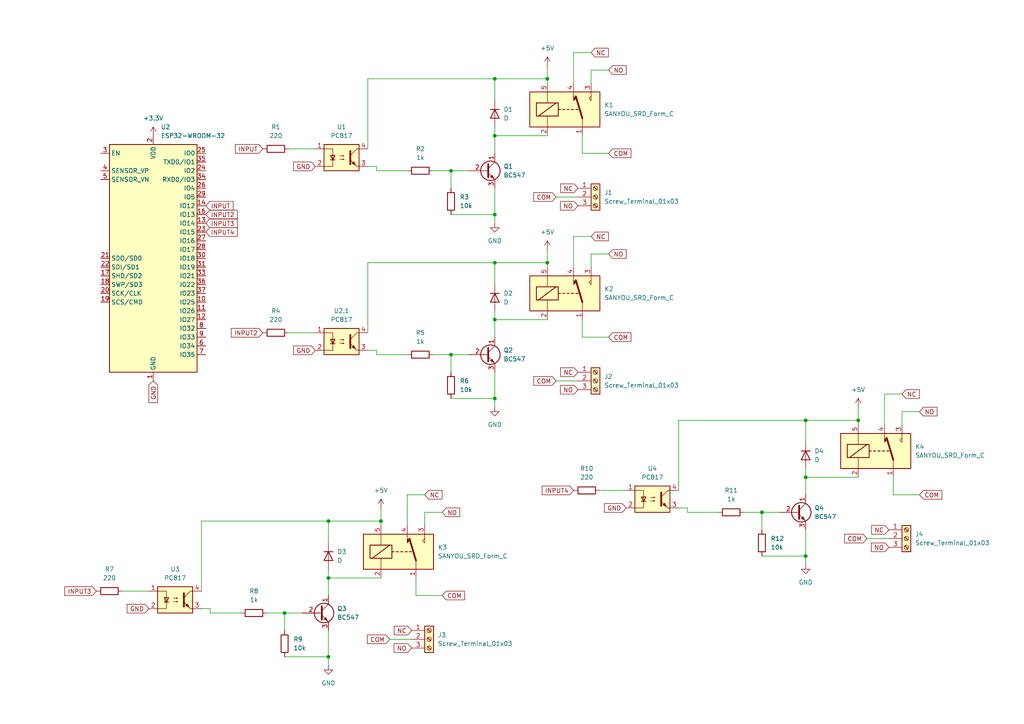
<source format=kicad_sch>
(kicad_sch (version 20250114) (generator "eeschema") (generator_version "9.0")
  (paper "A4")
  (lib_symbols
    (symbol "Connector:Screw_Terminal_01x03" (pin_names (offset 1.016) (hide yes))
      (property "Reference" "J" (at 0 5.08 0))
      (property "Value" "Screw_Terminal_01x03" (at 0 -5.08 0))
      (symbol "Screw_Terminal_01x03_1_1"
        (rectangle (start -1.27 3.81) (end 1.27 -3.81) (stroke (width 0.254)) (fill (type background)))
        (polyline (pts (xy -0.5334 2.8702) (xy 0.3302 2.032)) (stroke (width 0.1524)))
        (polyline (pts (xy -0.5334 0.3302) (xy 0.3302 -0.508)) (stroke (width 0.1524)))
        (polyline (pts (xy -0.5334 -2.2098) (xy 0.3302 -3.048)) (stroke (width 0.1524)))
        (polyline (pts (xy -0.3556 3.048) (xy 0.508 2.2098)) (stroke (width 0.1524)))
        (polyline (pts (xy -0.3556 0.508) (xy 0.508 -0.3302)) (stroke (width 0.1524)))
        (polyline (pts (xy -0.3556 -2.032) (xy 0.508 -2.8702)) (stroke (width 0.1524)))
        (circle (center 0 2.54) (radius 0.635) (stroke (width 0.1524)))
        (circle (center 0 0) (radius 0.635) (stroke (width 0.1524)))
        (circle (center 0 -2.54) (radius 0.635) (stroke (width 0.1524)))
        (pin passive line (at -5.08 2.54 0) (length 3.81) (name "Pin_1") (number "1"))
        (pin passive line (at -5.08 0 0) (length 3.81) (name "Pin_2") (number "2"))
        (pin passive line (at -5.08 -2.54 0) (length 3.81) (name "Pin_3") (number "3"))
      )
    )
    (symbol "Device:D" (pin_numbers (hide yes)) (pin_names (offset 1.016) (hide yes))
      (property "Reference" "D" (at 0 2.54 0))
      (property "Value" "D" (at 0 -2.54 0))
      (symbol "D_0_1"
        (polyline (pts (xy -1.27 1.27) (xy -1.27 -1.27)) (stroke (width 0.254)))
        (polyline (pts (xy 1.27 1.27) (xy 1.27 -1.27) (xy -1.27 0) (xy 1.27 1.27)) (stroke (width 0.254)))
        (polyline (pts (xy 1.27 0) (xy -1.27 0)))
      )
      (symbol "D_1_1"
        (pin passive line (at -3.81 0 0) (length 2.54) (name "K") (number "1"))
        (pin passive line (at 3.81 0 180) (length 2.54) (name "A") (number "2"))
      )
    )
    (symbol "Device:R" (pin_numbers (hide yes)) (pin_names (offset 0))
      (property "Reference" "R" (at 2.032 0 90))
      (property "Value" "R" (at 0 0 90))
      (symbol "R_0_1"
        (rectangle (start -1.016 -2.54) (end 1.016 2.54) (stroke (width 0.254)))
      )
      (symbol "R_1_1"
        (pin passive line (at 0 3.81 270) (length 1.27) (name "~") (number "1"))
        (pin passive line (at 0 -3.81 90) (length 1.27) (name "~") (number "2"))
      )
    )
    (symbol "Isolator:PC817" (pin_names (offset 1.016))
      (property "Reference" "U" (at -5.08 5.08 0))
      (property "Value" "PC817" (at 0 5.08 0))
      (symbol "PC817_0_1"
        (rectangle (start -5.08 3.81) (end 5.08 -3.81) (stroke (width 0.254)) (fill (type background)))
        (polyline (pts (xy -5.08 2.54) (xy -2.54 2.54) (xy -2.54 -0.635)))
        (polyline (pts (xy -3.175 -0.635) (xy -1.905 -0.635)) (stroke (width 0.254)))
        (polyline (pts (xy -2.54 -0.635) (xy -2.54 -2.54) (xy -5.08 -2.54)))
        (polyline (pts (xy -2.54 -0.635) (xy -3.175 0.635) (xy -1.905 0.635) (xy -2.54 -0.635)) (stroke (width 0.254)))
        (polyline (pts (xy -0.508 0.508) (xy 0.762 0.508) (xy 0.381 0.381) (xy 0.381 0.635) (xy 0.762 0.508)))
        (polyline (pts (xy -0.508 -0.508) (xy 0.762 -0.508) (xy 0.381 -0.635) (xy 0.381 -0.381) (xy 0.762 -0.508)))
        (polyline (pts (xy 2.54 1.905) (xy 2.54 -1.905) (xy 2.54 -1.905)) (stroke (width 0.508)))
        (polyline (pts (xy 2.54 0.635) (xy 4.445 2.54)))
        (polyline (pts (xy 3.048 -1.651) (xy 3.556 -1.143) (xy 4.064 -2.159) (xy 3.048 -1.651) (xy 3.048 -1.651)) (fill (type outline)))
        (polyline (pts (xy 4.445 2.54) (xy 5.08 2.54)))
        (polyline (pts (xy 4.445 -2.54) (xy 2.54 -0.635)) (fill (type outline)))
        (polyline (pts (xy 4.445 -2.54) (xy 5.08 -2.54)))
      )
      (symbol "PC817_1_1"
        (pin passive line (at -7.62 2.54 0) (length 2.54) (name "~") (number "1"))
        (pin passive line (at -7.62 -2.54 0) (length 2.54) (name "~") (number "2"))
        (pin passive line (at 7.62 2.54 180) (length 2.54) (name "~") (number "4"))
        (pin passive line (at 7.62 -2.54 180) (length 2.54) (name "~") (number "3"))
      )
    )
    (symbol "RF_Module:ESP32-WROOM-32"
      (property "Reference" "U" (at -12.7 34.29 0))
      (property "Value" "ESP32-WROOM-32" (at 1.27 34.29 0))
      (symbol "ESP32-WROOM-32_0_1"
        (rectangle (start -12.7 33.02) (end 12.7 -33.02) (stroke (width 0.254)) (fill (type background)))
      )
      (symbol "ESP32-WROOM-32_1_1"
        (pin input line (at -15.24 30.48 0) (length 2.54) (name "EN") (number "3"))
        (pin input line (at -15.24 25.4 0) (length 2.54) (name "SENSOR_VP") (number "4"))
        (pin input line (at -15.24 22.86 0) (length 2.54) (name "SENSOR_VN") (number "5"))
        (pin bidirectional line (at -15.24 0 0) (length 2.54) (name "SDO/SD0") (number "21"))
        (pin bidirectional line (at -15.24 -2.54 0) (length 2.54) (name "SDI/SD1") (number "22"))
        (pin bidirectional line (at -15.24 -5.08 0) (length 2.54) (name "SHD/SD2") (number "17"))
        (pin bidirectional line (at -15.24 -7.62 0) (length 2.54) (name "SWP/SD3") (number "18"))
        (pin bidirectional line (at -15.24 -10.16 0) (length 2.54) (name "SCK/CLK") (number "20"))
        (pin bidirectional line (at -15.24 -12.7 0) (length 2.54) (name "SCS/CMD") (number "19"))
        (pin no_connect line (at -12.7 -27.94 0) (length 2.54) (hide yes) (name "NC") (number "32"))
        (pin power_in line (at 0 35.56 270) (length 2.54) (name "VDD") (number "2"))
        (pin power_in line (at 0 -35.56 90) (length 2.54) (name "GND") (number "1"))
        (pin passive line (at 0 -35.56 90) (length 2.54) (hide yes) (name "GND") (number "15"))
        (pin passive line (at 0 -35.56 90) (length 2.54) (hide yes) (name "GND") (number "38"))
        (pin passive line (at 0 -35.56 90) (length 2.54) (hide yes) (name "GND") (number "39"))
        (pin bidirectional line (at 15.24 30.48 180) (length 2.54) (name "IO0") (number "25"))
        (pin bidirectional line (at 15.24 27.94 180) (length 2.54) (name "TXD0/IO1") (number "35"))
        (pin bidirectional line (at 15.24 25.4 180) (length 2.54) (name "IO2") (number "24"))
        (pin bidirectional line (at 15.24 22.86 180) (length 2.54) (name "RXD0/IO3") (number "34"))
        (pin bidirectional line (at 15.24 20.32 180) (length 2.54) (name "IO4") (number "26"))
        (pin bidirectional line (at 15.24 17.78 180) (length 2.54) (name "IO5") (number "29"))
        (pin bidirectional line (at 15.24 15.24 180) (length 2.54) (name "IO12") (number "14"))
        (pin bidirectional line (at 15.24 12.7 180) (length 2.54) (name "IO13") (number "16"))
        (pin bidirectional line (at 15.24 10.16 180) (length 2.54) (name "IO14") (number "13"))
        (pin bidirectional line (at 15.24 7.62 180) (length 2.54) (name "IO15") (number "23"))
        (pin bidirectional line (at 15.24 5.08 180) (length 2.54) (name "IO16") (number "27"))
        (pin bidirectional line (at 15.24 2.54 180) (length 2.54) (name "IO17") (number "28"))
        (pin bidirectional line (at 15.24 0 180) (length 2.54) (name "IO18") (number "30"))
        (pin bidirectional line (at 15.24 -2.54 180) (length 2.54) (name "IO19") (number "31"))
        (pin bidirectional line (at 15.24 -5.08 180) (length 2.54) (name "IO21") (number "33"))
        (pin bidirectional line (at 15.24 -7.62 180) (length 2.54) (name "IO22") (number "36"))
        (pin bidirectional line (at 15.24 -10.16 180) (length 2.54) (name "IO23") (number "37"))
        (pin bidirectional line (at 15.24 -12.7 180) (length 2.54) (name "IO25") (number "10"))
        (pin bidirectional line (at 15.24 -15.24 180) (length 2.54) (name "IO26") (number "11"))
        (pin bidirectional line (at 15.24 -17.78 180) (length 2.54) (name "IO27") (number "12"))
        (pin bidirectional line (at 15.24 -20.32 180) (length 2.54) (name "IO32") (number "8"))
        (pin bidirectional line (at 15.24 -22.86 180) (length 2.54) (name "IO33") (number "9"))
        (pin input line (at 15.24 -25.4 180) (length 2.54) (name "IO34") (number "6"))
        (pin input line (at 15.24 -27.94 180) (length 2.54) (name "IO35") (number "7"))
      )
    )
    (symbol "Relay:SANYOU_SRD_Form_C"
      (property "Reference" "K" (at 11.43 3.81 0))
      (property "Value" "SANYOU_SRD_Form_C" (at 11.43 1.27 0))
      (symbol "SANYOU_SRD_Form_C_0_0"
        (polyline (pts (xy 7.62 5.08) (xy 7.62 2.54) (xy 6.985 3.175) (xy 7.62 3.81)))
      )
      (symbol "SANYOU_SRD_Form_C_0_1"
        (rectangle (start -10.16 5.08) (end 10.16 -5.08) (stroke (width 0.254)) (fill (type background)))
        (rectangle (start -8.255 1.905) (end -1.905 -1.905) (stroke (width 0.254)))
        (polyline (pts (xy -7.62 -1.905) (xy -2.54 1.905)) (stroke (width 0.254)))
        (polyline (pts (xy -5.08 5.08) (xy -5.08 1.905)))
        (polyline (pts (xy -5.08 -5.08) (xy -5.08 -1.905)))
        (polyline (pts (xy -1.905 0) (xy -1.27 0)) (stroke (width 0.254)))
        (polyline (pts (xy -0.635 0) (xy 0 0)) (stroke (width 0.254)))
        (polyline (pts (xy 0.635 0) (xy 1.27 0)) (stroke (width 0.254)))
        (polyline (pts (xy 1.905 0) (xy 2.54 0)) (stroke (width 0.254)))
        (polyline (pts (xy 3.175 0) (xy 3.81 0)) (stroke (width 0.254)))
        (polyline (pts (xy 5.08 -2.54) (xy 3.175 3.81)) (stroke (width 0.508)))
        (polyline (pts (xy 5.08 -2.54) (xy 5.08 -5.08)))
      )
      (symbol "SANYOU_SRD_Form_C_1_1"
        (polyline (pts (xy 2.54 3.81) (xy 3.175 3.175) (xy 2.54 2.54) (xy 2.54 5.08)) (fill (type outline)))
        (pin passive line (at -5.08 7.62 270) (length 2.54) (name "~") (number "5"))
        (pin passive line (at -5.08 -7.62 90) (length 2.54) (name "~") (number "2"))
        (pin passive line (at 2.54 7.62 270) (length 2.54) (name "~") (number "4"))
        (pin passive line (at 5.08 -7.62 90) (length 2.54) (name "~") (number "1"))
        (pin passive line (at 7.62 7.62 270) (length 2.54) (name "~") (number "3"))
      )
    )
    (symbol "Transistor_BJT:BC547" (pin_names (offset 0) (hide yes))
      (property "Reference" "Q" (at 5.08 1.905 0))
      (property "Value" "BC547" (at 5.08 0 0))
      (symbol "BC547_0_1"
        (polyline (pts (xy 0 0) (xy 0.635 0)))
        (polyline (pts (xy 0.635 1.905) (xy 0.635 -1.905) (xy 0.635 -1.905)) (stroke (width 0.508)))
        (polyline (pts (xy 0.635 0.635) (xy 2.54 2.54)))
        (polyline (pts (xy 0.635 -0.635) (xy 2.54 -2.54) (xy 2.54 -2.54)))
        (circle (center 1.27 0) (radius 2.8194) (stroke (width 0.254)))
        (polyline (pts (xy 1.27 -1.778) (xy 1.778 -1.27) (xy 2.286 -2.286) (xy 1.27 -1.778) (xy 1.27 -1.778)) (fill (type outline)))
      )
      (symbol "BC547_1_1"
        (pin input line (at -5.08 0 0) (length 5.08) (name "B") (number "2"))
        (pin passive line (at 2.54 5.08 270) (length 2.54) (name "C") (number "1"))
        (pin passive line (at 2.54 -5.08 90) (length 2.54) (name "E") (number "3"))
      )
    )
    (symbol "power:+3.3V" (power) (pin_numbers (hide yes)) (pin_names (offset 0) (hide yes))
      (property "Value" "+3.3V" (at 0 3.556 0))
      (symbol "+3.3V_0_1"
        (polyline (pts (xy -0.762 1.27) (xy 0 2.54)))
        (polyline (pts (xy 0 2.54) (xy 0.762 1.27)))
        (polyline (pts (xy 0 0) (xy 0 2.54)))
      )
      (symbol "+3.3V_1_1"
        (pin power_in line (at 0 0 90) (length 0) (name "~") (number "1"))
      )
    )
    (symbol "power:+5V" (power) (pin_numbers (hide yes)) (pin_names (offset 0) (hide yes))
      (property "Value" "+5V" (at 0 3.556 0))
      (symbol "+5V_0_1"
        (polyline (pts (xy -0.762 1.27) (xy 0 2.54)))
        (polyline (pts (xy 0 2.54) (xy 0.762 1.27)))
        (polyline (pts (xy 0 0) (xy 0 2.54)))
      )
      (symbol "+5V_1_1"
        (pin power_in line (at 0 0 90) (length 0) (name "~") (number "1"))
      )
    )
    (symbol "power:GND" (power) (pin_numbers (hide yes)) (pin_names (offset 0) (hide yes))
      (property "Value" "GND" (at 0 -3.81 0))
      (symbol "GND_0_1"
        (polyline (pts (xy 0 0) (xy 0 -1.27) (xy 1.27 -1.27) (xy 0 -2.54) (xy -1.27 -1.27) (xy 0 -1.27)))
      )
      (symbol "GND_1_1"
        (pin power_in line (at 0 0 270) (length 0) (name "~") (number "1"))
      )
    )
  )
  (junction (at 158.75 76.2))
  (junction (at 82.55 177.8))
  (junction (at 143.51 39.37))
  (junction (at 110.49 151.13))
  (junction (at 233.68 121.92))
  (junction (at 220.98 148.59))
  (junction (at 95.25 167.64))
  (junction (at 95.25 190.5))
  (junction (at 143.51 22.86))
  (junction (at 95.25 151.13))
  (junction (at 143.51 62.23))
  (junction (at 143.51 92.71))
  (junction (at 130.81 49.53))
  (junction (at 143.51 76.2))
  (junction (at 233.68 161.29))
  (junction (at 130.81 102.87))
  (junction (at 143.51 115.57))
  (junction (at 248.92 121.92))
  (junction (at 158.75 22.86))
  (junction (at 233.68 138.43))
  (wire (pts (xy 118.11 49.53) (xy 109.22 49.53)))
  (wire (pts (xy 95.25 167.64) (xy 95.25 172.72)))
  (wire (pts (xy 143.51 54.61) (xy 143.51 62.23)))
  (wire (pts (xy 208.28 148.59) (xy 199.39 148.59)))
  (wire (pts (xy 143.51 92.71) (xy 158.75 92.71)))
  (wire (pts (xy 220.98 148.59) (xy 220.98 153.67)))
  (wire (pts (xy 233.68 138.43) (xy 248.92 138.43)))
  (wire (pts (xy 171.45 77.47) (xy 171.45 73.66)))
  (wire (pts (xy 166.37 15.24) (xy 171.45 15.24)))
  (wire (pts (xy 125.73 49.53) (xy 130.81 49.53)))
  (wire (pts (xy 109.22 49.53) (xy 109.22 48.26)))
  (wire (pts (xy 199.39 147.32) (xy 196.85 147.32)))
  (wire (pts (xy 143.51 92.71) (xy 143.51 97.79)))
  (wire (pts (xy 95.25 167.64) (xy 110.49 167.64)))
  (wire (pts (xy 143.51 76.2) (xy 143.51 82.55)))
  (wire (pts (xy 158.75 19.05) (xy 158.75 22.86)))
  (wire (pts (xy 256.54 114.3) (xy 261.62 114.3)))
  (wire (pts (xy 166.37 77.47) (xy 166.37 68.58)))
  (wire (pts (xy 168.91 97.79) (xy 176.53 97.79)))
  (wire (pts (xy 120.65 167.64) (xy 120.65 172.72)))
  (wire (pts (xy 109.22 101.6) (xy 106.68 101.6)))
  (wire (pts (xy 82.55 177.8) (xy 82.55 182.88)))
  (wire (pts (xy 123.19 148.59) (xy 128.27 148.59)))
  (wire (pts (xy 158.75 22.86) (xy 143.51 22.86)))
  (wire (pts (xy 77.47 177.8) (xy 82.55 177.8)))
  (wire (pts (xy 233.68 161.29) (xy 233.68 163.83)))
  (wire (pts (xy 95.25 190.5) (xy 82.55 190.5)))
  (wire (pts (xy 130.81 102.87) (xy 135.89 102.87)))
  (wire (pts (xy 35.56 171.45) (xy 43.18 171.45)))
  (wire (pts (xy 125.73 102.87) (xy 130.81 102.87)))
  (wire (pts (xy 233.68 135.89) (xy 233.68 138.43)))
  (wire (pts (xy 168.91 39.37) (xy 168.91 44.45)))
  (wire (pts (xy 110.49 151.13) (xy 95.25 151.13)))
  (wire (pts (xy 233.68 138.43) (xy 233.68 143.51)))
  (wire (pts (xy 248.92 123.19) (xy 248.92 121.92)))
  (wire (pts (xy 95.25 182.88) (xy 95.25 190.5)))
  (wire (pts (xy 143.51 107.95) (xy 143.51 115.57)))
  (wire (pts (xy 106.68 96.52) (xy 106.68 76.2)))
  (wire (pts (xy 248.92 118.11) (xy 248.92 121.92)))
  (wire (pts (xy 220.98 148.59) (xy 226.06 148.59)))
  (wire (pts (xy 256.54 123.19) (xy 256.54 114.3)))
  (wire (pts (xy 168.91 92.71) (xy 168.91 97.79)))
  (wire (pts (xy 259.08 138.43) (xy 259.08 143.51)))
  (wire (pts (xy 113.03 185.42) (xy 119.38 185.42)))
  (wire (pts (xy 123.19 152.4) (xy 123.19 148.59)))
  (wire (pts (xy 143.51 115.57) (xy 130.81 115.57)))
  (wire (pts (xy 143.51 22.86) (xy 143.51 29.21)))
  (wire (pts (xy 158.75 72.39) (xy 158.75 76.2)))
  (wire (pts (xy 95.25 151.13) (xy 95.25 157.48)))
  (wire (pts (xy 168.91 44.45) (xy 176.53 44.45)))
  (wire (pts (xy 233.68 121.92) (xy 233.68 128.27)))
  (wire (pts (xy 106.68 76.2) (xy 143.51 76.2)))
  (wire (pts (xy 83.82 96.52) (xy 91.44 96.52)))
  (wire (pts (xy 161.29 57.15) (xy 167.64 57.15)))
  (wire (pts (xy 110.49 152.4) (xy 110.49 151.13)))
  (wire (pts (xy 58.42 151.13) (xy 95.25 151.13)))
  (wire (pts (xy 143.51 36.83) (xy 143.51 39.37)))
  (wire (pts (xy 118.11 143.51) (xy 123.19 143.51)))
  (wire (pts (xy 143.51 39.37) (xy 158.75 39.37)))
  (wire (pts (xy 166.37 68.58) (xy 171.45 68.58)))
  (wire (pts (xy 259.08 143.51) (xy 266.7 143.51)))
  (wire (pts (xy 106.68 22.86) (xy 143.51 22.86)))
  (wire (pts (xy 158.75 76.2) (xy 143.51 76.2)))
  (wire (pts (xy 69.85 177.8) (xy 60.96 177.8)))
  (wire (pts (xy 261.62 123.19) (xy 261.62 119.38)))
  (wire (pts (xy 118.11 152.4) (xy 118.11 143.51)))
  (wire (pts (xy 261.62 119.38) (xy 266.7 119.38)))
  (wire (pts (xy 143.51 115.57) (xy 143.51 118.11)))
  (wire (pts (xy 166.37 24.13) (xy 166.37 15.24)))
  (wire (pts (xy 143.51 62.23) (xy 143.51 64.77)))
  (wire (pts (xy 161.29 110.49) (xy 167.64 110.49)))
  (wire (pts (xy 143.51 39.37) (xy 143.51 44.45)))
  (wire (pts (xy 58.42 171.45) (xy 58.42 151.13)))
  (wire (pts (xy 130.81 49.53) (xy 135.89 49.53)))
  (wire (pts (xy 233.68 153.67) (xy 233.68 161.29)))
  (wire (pts (xy 199.39 148.59) (xy 199.39 147.32)))
  (wire (pts (xy 130.81 49.53) (xy 130.81 54.61)))
  (wire (pts (xy 109.22 48.26) (xy 106.68 48.26)))
  (wire (pts (xy 171.45 73.66) (xy 176.53 73.66)))
  (wire (pts (xy 118.11 102.87) (xy 109.22 102.87)))
  (wire (pts (xy 106.68 43.18) (xy 106.68 22.86)))
  (wire (pts (xy 196.85 142.24) (xy 196.85 121.92)))
  (wire (pts (xy 109.22 102.87) (xy 109.22 101.6)))
  (wire (pts (xy 171.45 20.32) (xy 176.53 20.32)))
  (wire (pts (xy 171.45 24.13) (xy 171.45 20.32)))
  (wire (pts (xy 95.25 190.5) (xy 95.25 193.04)))
  (wire (pts (xy 158.75 77.47) (xy 158.75 76.2)))
  (wire (pts (xy 143.51 62.23) (xy 130.81 62.23)))
  (wire (pts (xy 215.9 148.59) (xy 220.98 148.59)))
  (wire (pts (xy 158.75 24.13) (xy 158.75 22.86)))
  (wire (pts (xy 60.96 177.8) (xy 60.96 176.53)))
  (wire (pts (xy 82.55 177.8) (xy 87.63 177.8)))
  (wire (pts (xy 251.46 156.21) (xy 257.81 156.21)))
  (wire (pts (xy 173.99 142.24) (xy 181.61 142.24)))
  (wire (pts (xy 233.68 161.29) (xy 220.98 161.29)))
  (wire (pts (xy 143.51 90.17) (xy 143.51 92.71)))
  (wire (pts (xy 95.25 165.1) (xy 95.25 167.64)))
  (wire (pts (xy 120.65 172.72) (xy 128.27 172.72)))
  (wire (pts (xy 110.49 147.32) (xy 110.49 151.13)))
  (wire (pts (xy 83.82 43.18) (xy 91.44 43.18)))
  (wire (pts (xy 60.96 176.53) (xy 58.42 176.53)))
  (wire (pts (xy 196.85 121.92) (xy 233.68 121.92)))
  (wire (pts (xy 248.92 121.92) (xy 233.68 121.92)))
  (wire (pts (xy 130.81 102.87) (xy 130.81 107.95)))
  (global_label "NO" (shape input) (at 167.64 59.69 180) (property "Intersheetrefs" "${INTERSHEET_REFS}" (effects (hide yes))))
  (global_label "NO" (shape input) (at 257.81 158.75 180) (property "Intersheetrefs" "${INTERSHEET_REFS}" (effects (hide yes))))
  (global_label "NC" (shape input) (at 257.81 153.67 180) (property "Intersheetrefs" "${INTERSHEET_REFS}" (effects (hide yes))))
  (global_label "INPUT4" (shape input) (at 166.37 142.24 180) (property "Intersheetrefs" "${INTERSHEET_REFS}" (effects (hide yes))))
  (global_label "INPUT" (shape input) (at 59.69 59.69 0) (property "Intersheetrefs" "${INTERSHEET_REFS}" (effects (hide yes))))
  (global_label "GND" (shape input) (at 91.44 101.6 180) (property "Intersheetrefs" "${INTERSHEET_REFS}" (effects (hide yes))))
  (global_label "COM" (shape input) (at 176.53 97.79 0) (property "Intersheetrefs" "${INTERSHEET_REFS}" (effects (hide yes))))
  (global_label "NO" (shape input) (at 119.38 187.96 180) (property "Intersheetrefs" "${INTERSHEET_REFS}" (effects (hide yes))))
  (global_label "NO" (shape input) (at 266.7 119.38 0) (property "Intersheetrefs" "${INTERSHEET_REFS}" (effects (hide yes))))
  (global_label "INPUT3" (shape input) (at 27.94 171.45 180) (property "Intersheetrefs" "${INTERSHEET_REFS}" (effects (hide yes))))
  (global_label "NC" (shape input) (at 119.38 182.88 180) (property "Intersheetrefs" "${INTERSHEET_REFS}" (effects (hide yes))))
  (global_label "COM" (shape input) (at 161.29 57.15 180) (property "Intersheetrefs" "${INTERSHEET_REFS}" (effects (hide yes))))
  (global_label "NO" (shape input) (at 176.53 73.66 0) (property "Intersheetrefs" "${INTERSHEET_REFS}" (effects (hide yes))))
  (global_label "GND" (shape input) (at 43.18 176.53 180) (property "Intersheetrefs" "${INTERSHEET_REFS}" (effects (hide yes))))
  (global_label "NC" (shape input) (at 261.62 114.3 0) (property "Intersheetrefs" "${INTERSHEET_REFS}" (effects (hide yes))))
  (global_label "COM" (shape input) (at 161.29 110.49 180) (property "Intersheetrefs" "${INTERSHEET_REFS}" (effects (hide yes))))
  (global_label "NO" (shape input) (at 167.64 113.03 180) (property "Intersheetrefs" "${INTERSHEET_REFS}" (effects (hide yes))))
  (global_label "GND" (shape input) (at 91.44 48.26 180) (property "Intersheetrefs" "${INTERSHEET_REFS}" (effects (hide yes))))
  (global_label "INPUT4" (shape input) (at 59.69 67.31 0) (property "Intersheetrefs" "${INTERSHEET_REFS}" (effects (hide yes))))
  (global_label "NO" (shape input) (at 176.53 20.32 0) (property "Intersheetrefs" "${INTERSHEET_REFS}" (effects (hide yes))))
  (global_label "GND" (shape input) (at 181.61 147.32 180) (property "Intersheetrefs" "${INTERSHEET_REFS}" (effects (hide yes))))
  (global_label "COM" (shape input) (at 128.27 172.72 0) (property "Intersheetrefs" "${INTERSHEET_REFS}" (effects (hide yes))))
  (global_label "COM" (shape input) (at 113.03 185.42 180) (property "Intersheetrefs" "${INTERSHEET_REFS}" (effects (hide yes))))
  (global_label "NC" (shape input) (at 171.45 15.24 0) (property "Intersheetrefs" "${INTERSHEET_REFS}" (effects (hide yes))))
  (global_label "COM" (shape input) (at 176.53 44.45 0) (property "Intersheetrefs" "${INTERSHEET_REFS}" (effects (hide yes))))
  (global_label "INPUT2" (shape input) (at 76.2 96.52 180) (property "Intersheetrefs" "${INTERSHEET_REFS}" (effects (hide yes))))
  (global_label "NC" (shape input) (at 123.19 143.51 0) (property "Intersheetrefs" "${INTERSHEET_REFS}" (effects (hide yes))))
  (global_label "INPUT" (shape input) (at 76.2 43.18 180) (property "Intersheetrefs" "${INTERSHEET_REFS}" (effects (hide yes))))
  (global_label "NO" (shape input) (at 128.27 148.59 0) (property "Intersheetrefs" "${INTERSHEET_REFS}" (effects (hide yes))))
  (global_label "COM" (shape input) (at 251.46 156.21 180) (property "Intersheetrefs" "${INTERSHEET_REFS}" (effects (hide yes))))
  (global_label "NC" (shape input) (at 167.64 54.61 180) (property "Intersheetrefs" "${INTERSHEET_REFS}" (effects (hide yes))))
  (global_label "NC" (shape input) (at 167.64 107.95 180) (property "Intersheetrefs" "${INTERSHEET_REFS}" (effects (hide yes))))
  (global_label "INPUT3" (shape input) (at 59.69 64.77 0) (property "Intersheetrefs" "${INTERSHEET_REFS}" (effects (hide yes))))
  (global_label "GND" (shape input) (at 44.45 110.49 270) (property "Intersheetrefs" "${INTERSHEET_REFS}" (effects (hide yes))))
  (global_label "COM" (shape input) (at 266.7 143.51 0) (property "Intersheetrefs" "${INTERSHEET_REFS}" (effects (hide yes))))
  (global_label "INPUT2" (shape input) (at 59.69 62.23 0) (property "Intersheetrefs" "${INTERSHEET_REFS}" (effects (hide yes))))
  (global_label "NC" (shape input) (at 171.45 68.58 0) (property "Intersheetrefs" "${INTERSHEET_REFS}" (effects (hide yes))))
  (symbol (lib_id "Connector:Screw_Terminal_01x03") (at 262.89 156.21 0) (unit 1)
    (property "Reference" "J4" (at 265.43 154.9399 0) (effects (justify left)))
    (property "Value" "Screw_Terminal_01x03" (at 265.43 157.4799 0) (effects (justify left)))
    (property "Description" "Generic screw terminal, single row, 01x03, script generated (kicad-library-utils/schlib/autogen/connector/)" (effects (hide yes)))
  )
  (symbol (lib_id "Device:R") (at 121.92 49.53 90) (unit 1)
    (property "Reference" "R2" (at 121.92 43.18 90))
    (property "Value" "1k" (at 121.92 45.72 90))
    (property "Footprint" "Resistor_SMD:R_0805_2012Metric" (effects (hide yes)))
    (property "Description" "Resistor" (effects (hide yes)))
  )
  (symbol (lib_id "Device:R") (at 31.75 171.45 90) (unit 1)
    (property "Reference" "R7" (at 31.75 165.1 90))
    (property "Value" "220" (at 31.75 167.64 90))
    (property "Footprint" "Resistor_SMD:R_0805_2012Metric" (effects (hide yes)))
    (property "Description" "Resistor" (effects (hide yes)))
  )
  (symbol (lib_id "power:+5V") (at 158.75 19.05 0) (unit 1)
    (property "Reference" "#PWR02" (effects (hide yes)))
    (property "Value" "+5V" (at 158.75 13.97 0))
    (property "Description" "Power symbol creates a global label with name \"+5V\"" (effects (hide yes)))
  )
  (symbol (lib_id "power:GND") (at 95.25 193.04 0) (unit 1)
    (property "Reference" "#PWR05" (effects (hide yes)))
    (property "Value" "GND" (at 95.25 198.12 0))
    (property "Description" "Power symbol creates a global label with name \"GND\" , ground" (effects (hide yes)))
  )
  (symbol (lib_id "Device:R") (at 220.98 157.48 0) (unit 1)
    (property "Reference" "R12" (at 223.52 156.2099 0) (effects (justify left)))
    (property "Value" "10k" (at 223.52 158.7499 0) (effects (justify left)))
    (property "Footprint" "Resistor_SMD:R_0805_2012Metric" (effects (hide yes)))
    (property "Description" "Resistor" (effects (hide yes)))
  )
  (symbol (lib_id "Relay:SANYOU_SRD_Form_C") (at 254 130.81 0) (unit 1)
    (property "Reference" "K4" (at 265.43 129.5399 0) (effects (justify left)))
    (property "Value" "SANYOU_SRD_Form_C" (at 265.43 132.0799 0) (effects (justify left)))
    (property "Footprint" "Relay_THT:Relay_SPDT_SANYOU_SRD_Series_Form_C" (effects (hide yes)))
    (property "Datasheet" "http://www.sanyourelay.ca/public/products/pdf/SRD.pdf" (effects (hide yes)))
    (property "Description" "Sanyo SRD relay, Single Pole Miniature Power Relay," (effects (hide yes)))
  )
  (symbol (lib_id "Isolator:PC817") (at 99.06 99.06 0) (unit 1)
    (property "Reference" "U2.1" (at 99.06 90.17 0))
    (property "Value" "PC817" (at 99.06 92.71 0))
    (property "Footprint" "Package_DIP:DIP-4_W7.62mm" (effects (hide yes)))
    (property "Datasheet" "http://www.soselectronic.cz/a_info/resource/d/pc817.pdf" (effects (hide yes)))
    (property "Description" "DC Optocoupler, Vce 35V, CTR 50-300%, DIP-4" (effects (hide yes)))
  )
  (symbol (lib_id "Isolator:PC817") (at 189.23 144.78 0) (unit 1)
    (property "Reference" "U4" (at 189.23 135.89 0))
    (property "Value" "PC817" (at 189.23 138.43 0))
    (property "Footprint" "Package_DIP:DIP-4_W7.62mm" (effects (hide yes)))
    (property "Datasheet" "http://www.soselectronic.cz/a_info/resource/d/pc817.pdf" (effects (hide yes)))
    (property "Description" "DC Optocoupler, Vce 35V, CTR 50-300%, DIP-4" (effects (hide yes)))
  )
  (symbol (lib_id "Device:D") (at 143.51 33.02 270) (unit 1)
    (property "Reference" "D1" (at 146.05 31.7499 90) (effects (justify left)))
    (property "Value" "D" (at 146.05 34.2899 90) (effects (justify left)))
    (property "Footprint" "Diode_THT:D_5W_P12.70mm_Horizontal" (effects (hide yes)))
    (property "Description" "Diode" (effects (hide yes)))
    (property "Sim.Device" "D" (effects (hide yes)))
    (property "Sim.Pins" "1=K 2=A" (effects (hide yes)))
  )
  (symbol (lib_id "Device:R") (at 80.01 43.18 90) (unit 1)
    (property "Reference" "R1" (at 80.01 36.83 90))
    (property "Value" "220" (at 80.01 39.37 90))
    (property "Footprint" "Resistor_SMD:R_0805_2012Metric" (effects (hide yes)))
    (property "Description" "Resistor" (effects (hide yes)))
  )
  (symbol (lib_id "Device:D") (at 233.68 132.08 270) (unit 1)
    (property "Reference" "D4" (at 236.22 130.8099 90) (effects (justify left)))
    (property "Value" "D" (at 236.22 133.3499 90) (effects (justify left)))
    (property "Footprint" "Diode_THT:D_5W_P12.70mm_Horizontal" (effects (hide yes)))
    (property "Description" "Diode" (effects (hide yes)))
    (property "Sim.Device" "D" (effects (hide yes)))
    (property "Sim.Pins" "1=K 2=A" (effects (hide yes)))
  )
  (symbol (lib_id "Connector:Screw_Terminal_01x03") (at 172.72 57.15 0) (unit 1)
    (property "Reference" "J1" (at 175.26 55.8799 0) (effects (justify left)))
    (property "Value" "Screw_Terminal_01x03" (at 175.26 58.4199 0) (effects (justify left)))
    (property "Description" "Generic screw terminal, single row, 01x03, script generated (kicad-library-utils/schlib/autogen/connector/)" (effects (hide yes)))
  )
  (symbol (lib_id "Isolator:PC817") (at 99.06 45.72 0) (unit 1)
    (property "Reference" "U1" (at 99.06 36.83 0))
    (property "Value" "PC817" (at 99.06 39.37 0))
    (property "Footprint" "Package_DIP:DIP-4_W7.62mm" (effects (hide yes)))
    (property "Datasheet" "http://www.soselectronic.cz/a_info/resource/d/pc817.pdf" (effects (hide yes)))
    (property "Description" "DC Optocoupler, Vce 35V, CTR 50-300%, DIP-4" (effects (hide yes)))
  )
  (symbol (lib_id "power:+5V") (at 158.75 72.39 0) (unit 1)
    (property "Reference" "#PWR04" (effects (hide yes)))
    (property "Value" "+5V" (at 158.75 67.31 0))
    (property "Description" "Power symbol creates a global label with name \"+5V\"" (effects (hide yes)))
  )
  (symbol (lib_id "Device:D") (at 95.25 161.29 270) (unit 1)
    (property "Reference" "D3" (at 97.79 160.0199 90) (effects (justify left)))
    (property "Value" "D" (at 97.79 162.5599 90) (effects (justify left)))
    (property "Footprint" "Diode_THT:D_5W_P12.70mm_Horizontal" (effects (hide yes)))
    (property "Description" "Diode" (effects (hide yes)))
    (property "Sim.Device" "D" (effects (hide yes)))
    (property "Sim.Pins" "1=K 2=A" (effects (hide yes)))
  )
  (symbol (lib_id "Transistor_BJT:BC547") (at 140.97 49.53 0) (unit 1)
    (property "Reference" "Q1" (at 146.05 48.2599 0) (effects (justify left)))
    (property "Value" "BC547" (at 146.05 50.7999 0) (effects (justify left)))
    (property "Footprint" "Package_TO_SOT_THT:TO-92_Inline" (effects (hide yes)))
    (property "Datasheet" "https://www.onsemi.com/pub/Collateral/BC550-D.pdf" (effects (hide yes)))
    (property "Description" "0.1A Ic, 45V Vce, Small Signal NPN Transistor, TO-92" (effects (hide yes)))
  )
  (symbol (lib_id "Device:R") (at 82.55 186.69 0) (unit 1)
    (property "Reference" "R9" (at 85.09 185.4199 0) (effects (justify left)))
    (property "Value" "10k" (at 85.09 187.9599 0) (effects (justify left)))
    (property "Footprint" "Resistor_SMD:R_0805_2012Metric" (effects (hide yes)))
    (property "Description" "Resistor" (effects (hide yes)))
  )
  (symbol (lib_id "Device:R") (at 130.81 58.42 0) (unit 1)
    (property "Reference" "R3" (at 133.35 57.1499 0) (effects (justify left)))
    (property "Value" "10k" (at 133.35 59.6899 0) (effects (justify left)))
    (property "Footprint" "Resistor_SMD:R_0805_2012Metric" (effects (hide yes)))
    (property "Description" "Resistor" (effects (hide yes)))
  )
  (symbol (lib_id "Device:R") (at 121.92 102.87 90) (unit 1)
    (property "Reference" "R5" (at 121.92 96.52 90))
    (property "Value" "1k" (at 121.92 99.06 90))
    (property "Footprint" "Resistor_SMD:R_0805_2012Metric" (effects (hide yes)))
    (property "Description" "Resistor" (effects (hide yes)))
  )
  (symbol (lib_id "Device:R") (at 130.81 111.76 0) (unit 1)
    (property "Reference" "R6" (at 133.35 110.4899 0) (effects (justify left)))
    (property "Value" "10k" (at 133.35 113.0299 0) (effects (justify left)))
    (property "Footprint" "Resistor_SMD:R_0805_2012Metric" (effects (hide yes)))
    (property "Description" "Resistor" (effects (hide yes)))
  )
  (symbol (lib_id "Device:R") (at 212.09 148.59 90) (unit 1)
    (property "Reference" "R11" (at 212.09 142.24 90))
    (property "Value" "1k" (at 212.09 144.78 90))
    (property "Footprint" "Resistor_SMD:R_0805_2012Metric" (effects (hide yes)))
    (property "Description" "Resistor" (effects (hide yes)))
  )
  (symbol (lib_id "Transistor_BJT:BC547") (at 92.71 177.8 0) (unit 1)
    (property "Reference" "Q3" (at 97.79 176.5299 0) (effects (justify left)))
    (property "Value" "BC547" (at 97.79 179.0699 0) (effects (justify left)))
    (property "Footprint" "Package_TO_SOT_THT:TO-92_Inline" (effects (hide yes)))
    (property "Datasheet" "https://www.onsemi.com/pub/Collateral/BC550-D.pdf" (effects (hide yes)))
    (property "Description" "0.1A Ic, 45V Vce, Small Signal NPN Transistor, TO-92" (effects (hide yes)))
  )
  (symbol (lib_id "Device:R") (at 170.18 142.24 90) (unit 1)
    (property "Reference" "R10" (at 170.18 135.89 90))
    (property "Value" "220" (at 170.18 138.43 90))
    (property "Footprint" "Resistor_SMD:R_0805_2012Metric" (effects (hide yes)))
    (property "Description" "Resistor" (effects (hide yes)))
  )
  (symbol (lib_id "Transistor_BJT:BC547") (at 231.14 148.59 0) (unit 1)
    (property "Reference" "Q4" (at 236.22 147.3199 0) (effects (justify left)))
    (property "Value" "BC547" (at 236.22 149.8599 0) (effects (justify left)))
    (property "Footprint" "Package_TO_SOT_THT:TO-92_Inline" (effects (hide yes)))
    (property "Datasheet" "https://www.onsemi.com/pub/Collateral/BC550-D.pdf" (effects (hide yes)))
    (property "Description" "0.1A Ic, 45V Vce, Small Signal NPN Transistor, TO-92" (effects (hide yes)))
  )
  (symbol (lib_id "RF_Module:ESP32-WROOM-32") (at 44.45 74.93 0) (unit 1)
    (property "Reference" "U2" (at 46.6441 36.83 0) (effects (justify left)))
    (property "Value" "ESP32-WROOM-32" (at 46.6441 39.37 0) (effects (justify left)))
    (property "Footprint" "RF_Module:ESP32-WROOM-32" (effects (hide yes)))
    (property "Datasheet" "https://www.espressif.com/sites/default/files/documentation/esp32-wroom-32_datasheet_en.pdf" (effects (hide yes)))
    (property "Description" "RF Module, ESP32-D0WDQ6 SoC, Wi-Fi 802.11b/g/n, Bluetooth, BLE, 32-bit, 2.7-3.6V, onboard antenna, SMD" (effects (hide yes)))
  )
  (symbol (lib_id "power:GND") (at 143.51 118.11 0) (unit 1)
    (property "Reference" "#PWR03" (effects (hide yes)))
    (property "Value" "GND" (at 143.51 123.19 0))
    (property "Description" "Power symbol creates a global label with name \"GND\" , ground" (effects (hide yes)))
  )
  (symbol (lib_id "Connector:Screw_Terminal_01x03") (at 124.46 185.42 0) (unit 1)
    (property "Reference" "J3" (at 127 184.1499 0) (effects (justify left)))
    (property "Value" "Screw_Terminal_01x03" (at 127 186.6899 0) (effects (justify left)))
    (property "Description" "Generic screw terminal, single row, 01x03, script generated (kicad-library-utils/schlib/autogen/connector/)" (effects (hide yes)))
  )
  (symbol (lib_id "Device:R") (at 80.01 96.52 90) (unit 1)
    (property "Reference" "R4" (at 80.01 90.17 90))
    (property "Value" "220" (at 80.01 92.71 90))
    (property "Footprint" "Resistor_SMD:R_0805_2012Metric" (effects (hide yes)))
    (property "Description" "Resistor" (effects (hide yes)))
  )
  (symbol (lib_id "Transistor_BJT:BC547") (at 140.97 102.87 0) (unit 1)
    (property "Reference" "Q2" (at 146.05 101.5999 0) (effects (justify left)))
    (property "Value" "BC547" (at 146.05 104.1399 0) (effects (justify left)))
    (property "Footprint" "Package_TO_SOT_THT:TO-92_Inline" (effects (hide yes)))
    (property "Datasheet" "https://www.onsemi.com/pub/Collateral/BC550-D.pdf" (effects (hide yes)))
    (property "Description" "0.1A Ic, 45V Vce, Small Signal NPN Transistor, TO-92" (effects (hide yes)))
  )
  (symbol (lib_id "Isolator:PC817") (at 50.8 173.99 0) (unit 1)
    (property "Reference" "U3" (at 50.8 165.1 0))
    (property "Value" "PC817" (at 50.8 167.64 0))
    (property "Footprint" "Package_DIP:DIP-4_W7.62mm" (effects (hide yes)))
    (property "Datasheet" "http://www.soselectronic.cz/a_info/resource/d/pc817.pdf" (effects (hide yes)))
    (property "Description" "DC Optocoupler, Vce 35V, CTR 50-300%, DIP-4" (effects (hide yes)))
  )
  (symbol (lib_id "power:+3.3V") (at 44.45 39.37 0) (unit 1)
    (property "Reference" "#PWR09" (effects (hide yes)))
    (property "Value" "+3.3V" (at 44.45 34.29 0))
    (property "Description" "Power symbol creates a global label with name \"+3.3V\"" (effects (hide yes)))
  )
  (symbol (lib_id "Relay:SANYOU_SRD_Form_C") (at 115.57 160.02 0) (unit 1)
    (property "Reference" "K3" (at 127 158.7499 0) (effects (justify left)))
    (property "Value" "SANYOU_SRD_Form_C" (at 127 161.2899 0) (effects (justify left)))
    (property "Footprint" "Relay_THT:Relay_SPDT_SANYOU_SRD_Series_Form_C" (effects (hide yes)))
    (property "Datasheet" "http://www.sanyourelay.ca/public/products/pdf/SRD.pdf" (effects (hide yes)))
    (property "Description" "Sanyo SRD relay, Single Pole Miniature Power Relay," (effects (hide yes)))
  )
  (symbol (lib_id "Relay:SANYOU_SRD_Form_C") (at 163.83 31.75 0) (unit 1)
    (property "Reference" "K1" (at 175.26 30.4799 0) (effects (justify left)))
    (property "Value" "SANYOU_SRD_Form_C" (at 175.26 33.0199 0) (effects (justify left)))
    (property "Footprint" "Relay_THT:Relay_SPDT_SANYOU_SRD_Series_Form_C" (effects (hide yes)))
    (property "Datasheet" "http://www.sanyourelay.ca/public/products/pdf/SRD.pdf" (effects (hide yes)))
    (property "Description" "Sanyo SRD relay, Single Pole Miniature Power Relay," (effects (hide yes)))
  )
  (symbol (lib_id "Device:R") (at 73.66 177.8 90) (unit 1)
    (property "Reference" "R8" (at 73.66 171.45 90))
    (property "Value" "1k" (at 73.66 173.99 90))
    (property "Footprint" "Resistor_SMD:R_0805_2012Metric" (effects (hide yes)))
    (property "Description" "Resistor" (effects (hide yes)))
  )
  (symbol (lib_id "power:GND") (at 233.68 163.83 0) (unit 1)
    (property "Reference" "#PWR07" (effects (hide yes)))
    (property "Value" "GND" (at 233.68 168.91 0))
    (property "Description" "Power symbol creates a global label with name \"GND\" , ground" (effects (hide yes)))
  )
  (symbol (lib_id "Device:D") (at 143.51 86.36 270) (unit 1)
    (property "Reference" "D2" (at 146.05 85.0899 90) (effects (justify left)))
    (property "Value" "D" (at 146.05 87.6299 90) (effects (justify left)))
    (property "Footprint" "Diode_THT:D_5W_P12.70mm_Horizontal" (effects (hide yes)))
    (property "Description" "Diode" (effects (hide yes)))
    (property "Sim.Device" "D" (effects (hide yes)))
    (property "Sim.Pins" "1=K 2=A" (effects (hide yes)))
  )
  (symbol (lib_id "power:GND") (at 143.51 64.77 0) (unit 1)
    (property "Reference" "#PWR01" (effects (hide yes)))
    (property "Value" "GND" (at 143.51 69.85 0))
    (property "Description" "Power symbol creates a global label with name \"GND\" , ground" (effects (hide yes)))
  )
  (symbol (lib_id "power:+5V") (at 110.49 147.32 0) (unit 1)
    (property "Reference" "#PWR06" (effects (hide yes)))
    (property "Value" "+5V" (at 110.49 142.24 0))
    (property "Description" "Power symbol creates a global label with name \"+5V\"" (effects (hide yes)))
  )
  (symbol (lib_id "Connector:Screw_Terminal_01x03") (at 172.72 110.49 0) (unit 1)
    (property "Reference" "J2" (at 175.26 109.2199 0) (effects (justify left)))
    (property "Value" "Screw_Terminal_01x03" (at 175.26 111.7599 0) (effects (justify left)))
    (property "Description" "Generic screw terminal, single row, 01x03, script generated (kicad-library-utils/schlib/autogen/connector/)" (effects (hide yes)))
  )
  (symbol (lib_id "power:+5V") (at 248.92 118.11 0) (unit 1)
    (property "Reference" "#PWR08" (effects (hide yes)))
    (property "Value" "+5V" (at 248.92 113.03 0))
    (property "Description" "Power symbol creates a global label with name \"+5V\"" (effects (hide yes)))
  )
  (symbol (lib_id "Relay:SANYOU_SRD_Form_C") (at 163.83 85.09 0) (unit 1)
    (property "Reference" "K2" (at 175.26 83.8199 0) (effects (justify left)))
    (property "Value" "SANYOU_SRD_Form_C" (at 175.26 86.3599 0) (effects (justify left)))
    (property "Footprint" "Relay_THT:Relay_SPDT_SANYOU_SRD_Series_Form_C" (effects (hide yes)))
    (property "Datasheet" "http://www.sanyourelay.ca/public/products/pdf/SRD.pdf" (effects (hide yes)))
    (property "Description" "Sanyo SRD relay, Single Pole Miniature Power Relay," (effects (hide yes)))
  )
)
</source>
